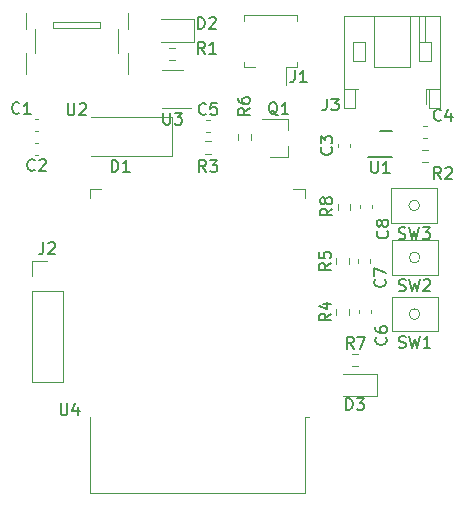
<source format=gbr>
G04 #@! TF.GenerationSoftware,KiCad,Pcbnew,(5.1.10)-1*
G04 #@! TF.CreationDate,2021-08-19T16:08:58+09:00*
G04 #@! TF.ProjectId,cat_toilet,6361745f-746f-4696-9c65-742e6b696361,rev?*
G04 #@! TF.SameCoordinates,Original*
G04 #@! TF.FileFunction,Legend,Top*
G04 #@! TF.FilePolarity,Positive*
%FSLAX46Y46*%
G04 Gerber Fmt 4.6, Leading zero omitted, Abs format (unit mm)*
G04 Created by KiCad (PCBNEW (5.1.10)-1) date 2021-08-19 16:08:58*
%MOMM*%
%LPD*%
G01*
G04 APERTURE LIST*
%ADD10C,0.120000*%
%ADD11C,0.150000*%
G04 APERTURE END LIST*
D10*
X2546267Y-10210000D02*
X2253733Y-10210000D01*
X2546267Y-9190000D02*
X2253733Y-9190000D01*
X2546267Y-12210000D02*
X2253733Y-12210000D01*
X2546267Y-11190000D02*
X2253733Y-11190000D01*
X28910000Y-11253733D02*
X28910000Y-11546267D01*
X27890000Y-11253733D02*
X27890000Y-11546267D01*
X35153733Y-10810000D02*
X35446267Y-10810000D01*
X35153733Y-9790000D02*
X35446267Y-9790000D01*
X16753733Y-10310000D02*
X17046267Y-10310000D01*
X16753733Y-9290000D02*
X17046267Y-9290000D01*
X30710000Y-25353733D02*
X30710000Y-25646267D01*
X29690000Y-25353733D02*
X29690000Y-25646267D01*
X29590000Y-21053733D02*
X29590000Y-21346267D01*
X30610000Y-21053733D02*
X30610000Y-21346267D01*
X29790000Y-16453733D02*
X29790000Y-16746267D01*
X30810000Y-16453733D02*
X30810000Y-16746267D01*
X13900000Y-12350000D02*
X7000000Y-12350000D01*
X13900000Y-9050000D02*
X7000000Y-9050000D01*
X13900000Y-12350000D02*
X13900000Y-9050000D01*
X12900000Y-2660000D02*
X15760000Y-2660000D01*
X15760000Y-2660000D02*
X15760000Y-740000D01*
X15760000Y-740000D02*
X12900000Y-740000D01*
X31185000Y-30740000D02*
X28325000Y-30740000D01*
X31185000Y-32660000D02*
X31185000Y-30740000D01*
X28325000Y-32660000D02*
X31185000Y-32660000D01*
X19965000Y-390000D02*
X19965000Y-840000D01*
X24435000Y-390000D02*
X19965000Y-390000D01*
X24435000Y-840000D02*
X24435000Y-390000D01*
X19965000Y-4810000D02*
X20915000Y-4810000D01*
X19965000Y-4360000D02*
X19965000Y-4810000D01*
X23485000Y-4810000D02*
X23485000Y-6300000D01*
X24435000Y-4810000D02*
X23485000Y-4810000D01*
X24435000Y-4360000D02*
X24435000Y-4810000D01*
X1970000Y-21170000D02*
X3300000Y-21170000D01*
X1970000Y-22500000D02*
X1970000Y-21170000D01*
X1970000Y-23770000D02*
X4630000Y-23770000D01*
X4630000Y-23770000D02*
X4630000Y-31450000D01*
X1970000Y-23770000D02*
X1970000Y-31450000D01*
X1970000Y-31450000D02*
X4630000Y-31450000D01*
X35360000Y-6660000D02*
X35360000Y-7875000D01*
X35300000Y-2700000D02*
X35300000Y-440000D01*
X34800000Y-2700000D02*
X34800000Y-440000D01*
X30200000Y-4300000D02*
X29200000Y-4300000D01*
X30200000Y-2700000D02*
X30200000Y-4300000D01*
X29200000Y-2700000D02*
X30200000Y-2700000D01*
X29200000Y-4300000D02*
X29200000Y-2700000D01*
X34800000Y-4300000D02*
X35800000Y-4300000D01*
X34800000Y-2700000D02*
X34800000Y-4300000D01*
X35800000Y-2700000D02*
X34800000Y-2700000D01*
X35800000Y-4300000D02*
X35800000Y-2700000D01*
X28440000Y-6660000D02*
X29360000Y-6660000D01*
X36560000Y-6660000D02*
X35640000Y-6660000D01*
X31000000Y-4800000D02*
X31000000Y-440000D01*
X34000000Y-4800000D02*
X31000000Y-4800000D01*
X34000000Y-440000D02*
X34000000Y-4800000D01*
X29360000Y-6660000D02*
X29640000Y-6660000D01*
X29360000Y-8260000D02*
X29360000Y-6660000D01*
X28440000Y-8260000D02*
X29360000Y-8260000D01*
X28440000Y-440000D02*
X28440000Y-8260000D01*
X36560000Y-440000D02*
X28440000Y-440000D01*
X36560000Y-8260000D02*
X36560000Y-440000D01*
X35640000Y-8260000D02*
X36560000Y-8260000D01*
X35640000Y-6660000D02*
X35640000Y-8260000D01*
X35360000Y-6660000D02*
X35640000Y-6660000D01*
X23660000Y-12380000D02*
X22200000Y-12380000D01*
X23660000Y-9220000D02*
X21500000Y-9220000D01*
X23660000Y-9220000D02*
X23660000Y-10150000D01*
X23660000Y-12380000D02*
X23660000Y-11450000D01*
X13645276Y-3177500D02*
X14154724Y-3177500D01*
X13645276Y-4222500D02*
X14154724Y-4222500D01*
X35045276Y-12822500D02*
X35554724Y-12822500D01*
X35045276Y-11777500D02*
X35554724Y-11777500D01*
X16645276Y-12122500D02*
X17154724Y-12122500D01*
X16645276Y-11077500D02*
X17154724Y-11077500D01*
X27777500Y-25754724D02*
X27777500Y-25245276D01*
X28822500Y-25754724D02*
X28822500Y-25245276D01*
X28822500Y-21454724D02*
X28822500Y-20945276D01*
X27777500Y-21454724D02*
X27777500Y-20945276D01*
X20522500Y-10445276D02*
X20522500Y-10954724D01*
X19477500Y-10445276D02*
X19477500Y-10954724D01*
X29145276Y-30122500D02*
X29654724Y-30122500D01*
X29145276Y-29077500D02*
X29654724Y-29077500D01*
X27877500Y-16854724D02*
X27877500Y-16345276D01*
X28922500Y-16854724D02*
X28922500Y-16345276D01*
X34850000Y-25700000D02*
G75*
G03*
X34850000Y-25700000I-450000J0D01*
G01*
X32450000Y-24250000D02*
X32450000Y-27150000D01*
X36350000Y-24250000D02*
X32450000Y-24250000D01*
X36350000Y-27150000D02*
X36350000Y-24250000D01*
X32450000Y-27150000D02*
X36350000Y-27150000D01*
X32450000Y-22350000D02*
X36350000Y-22350000D01*
X36350000Y-22350000D02*
X36350000Y-19450000D01*
X36350000Y-19450000D02*
X32450000Y-19450000D01*
X32450000Y-19450000D02*
X32450000Y-22350000D01*
X34850000Y-20900000D02*
G75*
G03*
X34850000Y-20900000I-450000J0D01*
G01*
X34825000Y-16500000D02*
G75*
G03*
X34825000Y-16500000I-450000J0D01*
G01*
X32425000Y-15050000D02*
X32425000Y-17950000D01*
X36325000Y-15050000D02*
X32425000Y-15050000D01*
X36325000Y-17950000D02*
X36325000Y-15050000D01*
X32425000Y-17950000D02*
X36325000Y-17950000D01*
D11*
X31500000Y-10200000D02*
X32500000Y-10200000D01*
X30500000Y-12400000D02*
X32500000Y-12400000D01*
D10*
X10100000Y-5400000D02*
X10100000Y-3600000D01*
X1500000Y-5400000D02*
X1500000Y-3600000D01*
X10100000Y-1600000D02*
X10100000Y-200000D01*
X1500000Y-1600000D02*
X1500000Y-200000D01*
X7800000Y-1000000D02*
X3800000Y-1000000D01*
X3800000Y-1000000D02*
X3800000Y-1500000D01*
X3800000Y-1500000D02*
X7800000Y-1500000D01*
X7800000Y-1500000D02*
X7800000Y-1000000D01*
X9300000Y-3600000D02*
X9300000Y-1700000D01*
X9300000Y-1700000D02*
X9300000Y-1600000D01*
X2300000Y-3600000D02*
X2300000Y-1600000D01*
X13000000Y-8210000D02*
X15450000Y-8210000D01*
X14800000Y-4990000D02*
X13000000Y-4990000D01*
X25120000Y-34445000D02*
X25500000Y-34445000D01*
X25120000Y-40865000D02*
X25120000Y-34445000D01*
X6880000Y-40865000D02*
X6880000Y-34445000D01*
X25120000Y-40865000D02*
X6880000Y-40865000D01*
X6880000Y-15120000D02*
X7880000Y-15120000D01*
X6880000Y-15900000D02*
X6880000Y-15120000D01*
X25120000Y-15120000D02*
X24120000Y-15120000D01*
X25120000Y-15900000D02*
X25120000Y-15120000D01*
D11*
X933333Y-8657142D02*
X885714Y-8704761D01*
X742857Y-8752380D01*
X647619Y-8752380D01*
X504761Y-8704761D01*
X409523Y-8609523D01*
X361904Y-8514285D01*
X314285Y-8323809D01*
X314285Y-8180952D01*
X361904Y-7990476D01*
X409523Y-7895238D01*
X504761Y-7800000D01*
X647619Y-7752380D01*
X742857Y-7752380D01*
X885714Y-7800000D01*
X933333Y-7847619D01*
X1885714Y-8752380D02*
X1314285Y-8752380D01*
X1600000Y-8752380D02*
X1600000Y-7752380D01*
X1504761Y-7895238D01*
X1409523Y-7990476D01*
X1314285Y-8038095D01*
X2233333Y-13487142D02*
X2185714Y-13534761D01*
X2042857Y-13582380D01*
X1947619Y-13582380D01*
X1804761Y-13534761D01*
X1709523Y-13439523D01*
X1661904Y-13344285D01*
X1614285Y-13153809D01*
X1614285Y-13010952D01*
X1661904Y-12820476D01*
X1709523Y-12725238D01*
X1804761Y-12630000D01*
X1947619Y-12582380D01*
X2042857Y-12582380D01*
X2185714Y-12630000D01*
X2233333Y-12677619D01*
X2614285Y-12677619D02*
X2661904Y-12630000D01*
X2757142Y-12582380D01*
X2995238Y-12582380D01*
X3090476Y-12630000D01*
X3138095Y-12677619D01*
X3185714Y-12772857D01*
X3185714Y-12868095D01*
X3138095Y-13010952D01*
X2566666Y-13582380D01*
X3185714Y-13582380D01*
X27357142Y-11566666D02*
X27404761Y-11614285D01*
X27452380Y-11757142D01*
X27452380Y-11852380D01*
X27404761Y-11995238D01*
X27309523Y-12090476D01*
X27214285Y-12138095D01*
X27023809Y-12185714D01*
X26880952Y-12185714D01*
X26690476Y-12138095D01*
X26595238Y-12090476D01*
X26500000Y-11995238D01*
X26452380Y-11852380D01*
X26452380Y-11757142D01*
X26500000Y-11614285D01*
X26547619Y-11566666D01*
X26452380Y-11233333D02*
X26452380Y-10614285D01*
X26833333Y-10947619D01*
X26833333Y-10804761D01*
X26880952Y-10709523D01*
X26928571Y-10661904D01*
X27023809Y-10614285D01*
X27261904Y-10614285D01*
X27357142Y-10661904D01*
X27404761Y-10709523D01*
X27452380Y-10804761D01*
X27452380Y-11090476D01*
X27404761Y-11185714D01*
X27357142Y-11233333D01*
X36633333Y-9257142D02*
X36585714Y-9304761D01*
X36442857Y-9352380D01*
X36347619Y-9352380D01*
X36204761Y-9304761D01*
X36109523Y-9209523D01*
X36061904Y-9114285D01*
X36014285Y-8923809D01*
X36014285Y-8780952D01*
X36061904Y-8590476D01*
X36109523Y-8495238D01*
X36204761Y-8400000D01*
X36347619Y-8352380D01*
X36442857Y-8352380D01*
X36585714Y-8400000D01*
X36633333Y-8447619D01*
X37490476Y-8685714D02*
X37490476Y-9352380D01*
X37252380Y-8304761D02*
X37014285Y-9019047D01*
X37633333Y-9019047D01*
X16733333Y-8727142D02*
X16685714Y-8774761D01*
X16542857Y-8822380D01*
X16447619Y-8822380D01*
X16304761Y-8774761D01*
X16209523Y-8679523D01*
X16161904Y-8584285D01*
X16114285Y-8393809D01*
X16114285Y-8250952D01*
X16161904Y-8060476D01*
X16209523Y-7965238D01*
X16304761Y-7870000D01*
X16447619Y-7822380D01*
X16542857Y-7822380D01*
X16685714Y-7870000D01*
X16733333Y-7917619D01*
X17638095Y-7822380D02*
X17161904Y-7822380D01*
X17114285Y-8298571D01*
X17161904Y-8250952D01*
X17257142Y-8203333D01*
X17495238Y-8203333D01*
X17590476Y-8250952D01*
X17638095Y-8298571D01*
X17685714Y-8393809D01*
X17685714Y-8631904D01*
X17638095Y-8727142D01*
X17590476Y-8774761D01*
X17495238Y-8822380D01*
X17257142Y-8822380D01*
X17161904Y-8774761D01*
X17114285Y-8727142D01*
X31957142Y-27666666D02*
X32004761Y-27714285D01*
X32052380Y-27857142D01*
X32052380Y-27952380D01*
X32004761Y-28095238D01*
X31909523Y-28190476D01*
X31814285Y-28238095D01*
X31623809Y-28285714D01*
X31480952Y-28285714D01*
X31290476Y-28238095D01*
X31195238Y-28190476D01*
X31100000Y-28095238D01*
X31052380Y-27952380D01*
X31052380Y-27857142D01*
X31100000Y-27714285D01*
X31147619Y-27666666D01*
X31052380Y-26809523D02*
X31052380Y-27000000D01*
X31100000Y-27095238D01*
X31147619Y-27142857D01*
X31290476Y-27238095D01*
X31480952Y-27285714D01*
X31861904Y-27285714D01*
X31957142Y-27238095D01*
X32004761Y-27190476D01*
X32052380Y-27095238D01*
X32052380Y-26904761D01*
X32004761Y-26809523D01*
X31957142Y-26761904D01*
X31861904Y-26714285D01*
X31623809Y-26714285D01*
X31528571Y-26761904D01*
X31480952Y-26809523D01*
X31433333Y-26904761D01*
X31433333Y-27095238D01*
X31480952Y-27190476D01*
X31528571Y-27238095D01*
X31623809Y-27285714D01*
X31887142Y-22766666D02*
X31934761Y-22814285D01*
X31982380Y-22957142D01*
X31982380Y-23052380D01*
X31934761Y-23195238D01*
X31839523Y-23290476D01*
X31744285Y-23338095D01*
X31553809Y-23385714D01*
X31410952Y-23385714D01*
X31220476Y-23338095D01*
X31125238Y-23290476D01*
X31030000Y-23195238D01*
X30982380Y-23052380D01*
X30982380Y-22957142D01*
X31030000Y-22814285D01*
X31077619Y-22766666D01*
X30982380Y-22433333D02*
X30982380Y-21766666D01*
X31982380Y-22195238D01*
X32087142Y-18666666D02*
X32134761Y-18714285D01*
X32182380Y-18857142D01*
X32182380Y-18952380D01*
X32134761Y-19095238D01*
X32039523Y-19190476D01*
X31944285Y-19238095D01*
X31753809Y-19285714D01*
X31610952Y-19285714D01*
X31420476Y-19238095D01*
X31325238Y-19190476D01*
X31230000Y-19095238D01*
X31182380Y-18952380D01*
X31182380Y-18857142D01*
X31230000Y-18714285D01*
X31277619Y-18666666D01*
X31610952Y-18095238D02*
X31563333Y-18190476D01*
X31515714Y-18238095D01*
X31420476Y-18285714D01*
X31372857Y-18285714D01*
X31277619Y-18238095D01*
X31230000Y-18190476D01*
X31182380Y-18095238D01*
X31182380Y-17904761D01*
X31230000Y-17809523D01*
X31277619Y-17761904D01*
X31372857Y-17714285D01*
X31420476Y-17714285D01*
X31515714Y-17761904D01*
X31563333Y-17809523D01*
X31610952Y-17904761D01*
X31610952Y-18095238D01*
X31658571Y-18190476D01*
X31706190Y-18238095D01*
X31801428Y-18285714D01*
X31991904Y-18285714D01*
X32087142Y-18238095D01*
X32134761Y-18190476D01*
X32182380Y-18095238D01*
X32182380Y-17904761D01*
X32134761Y-17809523D01*
X32087142Y-17761904D01*
X31991904Y-17714285D01*
X31801428Y-17714285D01*
X31706190Y-17761904D01*
X31658571Y-17809523D01*
X31610952Y-17904761D01*
X8761904Y-13652380D02*
X8761904Y-12652380D01*
X9000000Y-12652380D01*
X9142857Y-12700000D01*
X9238095Y-12795238D01*
X9285714Y-12890476D01*
X9333333Y-13080952D01*
X9333333Y-13223809D01*
X9285714Y-13414285D01*
X9238095Y-13509523D01*
X9142857Y-13604761D01*
X9000000Y-13652380D01*
X8761904Y-13652380D01*
X10285714Y-13652380D02*
X9714285Y-13652380D01*
X10000000Y-13652380D02*
X10000000Y-12652380D01*
X9904761Y-12795238D01*
X9809523Y-12890476D01*
X9714285Y-12938095D01*
X16061904Y-1552380D02*
X16061904Y-552380D01*
X16300000Y-552380D01*
X16442857Y-600000D01*
X16538095Y-695238D01*
X16585714Y-790476D01*
X16633333Y-980952D01*
X16633333Y-1123809D01*
X16585714Y-1314285D01*
X16538095Y-1409523D01*
X16442857Y-1504761D01*
X16300000Y-1552380D01*
X16061904Y-1552380D01*
X17014285Y-647619D02*
X17061904Y-600000D01*
X17157142Y-552380D01*
X17395238Y-552380D01*
X17490476Y-600000D01*
X17538095Y-647619D01*
X17585714Y-742857D01*
X17585714Y-838095D01*
X17538095Y-980952D01*
X16966666Y-1552380D01*
X17585714Y-1552380D01*
X28586904Y-33802380D02*
X28586904Y-32802380D01*
X28825000Y-32802380D01*
X28967857Y-32850000D01*
X29063095Y-32945238D01*
X29110714Y-33040476D01*
X29158333Y-33230952D01*
X29158333Y-33373809D01*
X29110714Y-33564285D01*
X29063095Y-33659523D01*
X28967857Y-33754761D01*
X28825000Y-33802380D01*
X28586904Y-33802380D01*
X29491666Y-32802380D02*
X30110714Y-32802380D01*
X29777380Y-33183333D01*
X29920238Y-33183333D01*
X30015476Y-33230952D01*
X30063095Y-33278571D01*
X30110714Y-33373809D01*
X30110714Y-33611904D01*
X30063095Y-33707142D01*
X30015476Y-33754761D01*
X29920238Y-33802380D01*
X29634523Y-33802380D01*
X29539285Y-33754761D01*
X29491666Y-33707142D01*
X24266666Y-5052380D02*
X24266666Y-5766666D01*
X24219047Y-5909523D01*
X24123809Y-6004761D01*
X23980952Y-6052380D01*
X23885714Y-6052380D01*
X25266666Y-6052380D02*
X24695238Y-6052380D01*
X24980952Y-6052380D02*
X24980952Y-5052380D01*
X24885714Y-5195238D01*
X24790476Y-5290476D01*
X24695238Y-5338095D01*
X2966666Y-19622380D02*
X2966666Y-20336666D01*
X2919047Y-20479523D01*
X2823809Y-20574761D01*
X2680952Y-20622380D01*
X2585714Y-20622380D01*
X3395238Y-19717619D02*
X3442857Y-19670000D01*
X3538095Y-19622380D01*
X3776190Y-19622380D01*
X3871428Y-19670000D01*
X3919047Y-19717619D01*
X3966666Y-19812857D01*
X3966666Y-19908095D01*
X3919047Y-20050952D01*
X3347619Y-20622380D01*
X3966666Y-20622380D01*
X26966666Y-7452380D02*
X26966666Y-8166666D01*
X26919047Y-8309523D01*
X26823809Y-8404761D01*
X26680952Y-8452380D01*
X26585714Y-8452380D01*
X27347619Y-7452380D02*
X27966666Y-7452380D01*
X27633333Y-7833333D01*
X27776190Y-7833333D01*
X27871428Y-7880952D01*
X27919047Y-7928571D01*
X27966666Y-8023809D01*
X27966666Y-8261904D01*
X27919047Y-8357142D01*
X27871428Y-8404761D01*
X27776190Y-8452380D01*
X27490476Y-8452380D01*
X27395238Y-8404761D01*
X27347619Y-8357142D01*
X22804761Y-8847619D02*
X22709523Y-8800000D01*
X22614285Y-8704761D01*
X22471428Y-8561904D01*
X22376190Y-8514285D01*
X22280952Y-8514285D01*
X22328571Y-8752380D02*
X22233333Y-8704761D01*
X22138095Y-8609523D01*
X22090476Y-8419047D01*
X22090476Y-8085714D01*
X22138095Y-7895238D01*
X22233333Y-7800000D01*
X22328571Y-7752380D01*
X22519047Y-7752380D01*
X22614285Y-7800000D01*
X22709523Y-7895238D01*
X22757142Y-8085714D01*
X22757142Y-8419047D01*
X22709523Y-8609523D01*
X22614285Y-8704761D01*
X22519047Y-8752380D01*
X22328571Y-8752380D01*
X23709523Y-8752380D02*
X23138095Y-8752380D01*
X23423809Y-8752380D02*
X23423809Y-7752380D01*
X23328571Y-7895238D01*
X23233333Y-7990476D01*
X23138095Y-8038095D01*
X16633333Y-3652380D02*
X16300000Y-3176190D01*
X16061904Y-3652380D02*
X16061904Y-2652380D01*
X16442857Y-2652380D01*
X16538095Y-2700000D01*
X16585714Y-2747619D01*
X16633333Y-2842857D01*
X16633333Y-2985714D01*
X16585714Y-3080952D01*
X16538095Y-3128571D01*
X16442857Y-3176190D01*
X16061904Y-3176190D01*
X17585714Y-3652380D02*
X17014285Y-3652380D01*
X17300000Y-3652380D02*
X17300000Y-2652380D01*
X17204761Y-2795238D01*
X17109523Y-2890476D01*
X17014285Y-2938095D01*
X36633333Y-14252380D02*
X36300000Y-13776190D01*
X36061904Y-14252380D02*
X36061904Y-13252380D01*
X36442857Y-13252380D01*
X36538095Y-13300000D01*
X36585714Y-13347619D01*
X36633333Y-13442857D01*
X36633333Y-13585714D01*
X36585714Y-13680952D01*
X36538095Y-13728571D01*
X36442857Y-13776190D01*
X36061904Y-13776190D01*
X37014285Y-13347619D02*
X37061904Y-13300000D01*
X37157142Y-13252380D01*
X37395238Y-13252380D01*
X37490476Y-13300000D01*
X37538095Y-13347619D01*
X37585714Y-13442857D01*
X37585714Y-13538095D01*
X37538095Y-13680952D01*
X36966666Y-14252380D01*
X37585714Y-14252380D01*
X16733333Y-13652380D02*
X16400000Y-13176190D01*
X16161904Y-13652380D02*
X16161904Y-12652380D01*
X16542857Y-12652380D01*
X16638095Y-12700000D01*
X16685714Y-12747619D01*
X16733333Y-12842857D01*
X16733333Y-12985714D01*
X16685714Y-13080952D01*
X16638095Y-13128571D01*
X16542857Y-13176190D01*
X16161904Y-13176190D01*
X17066666Y-12652380D02*
X17685714Y-12652380D01*
X17352380Y-13033333D01*
X17495238Y-13033333D01*
X17590476Y-13080952D01*
X17638095Y-13128571D01*
X17685714Y-13223809D01*
X17685714Y-13461904D01*
X17638095Y-13557142D01*
X17590476Y-13604761D01*
X17495238Y-13652380D01*
X17209523Y-13652380D01*
X17114285Y-13604761D01*
X17066666Y-13557142D01*
X27322380Y-25666666D02*
X26846190Y-26000000D01*
X27322380Y-26238095D02*
X26322380Y-26238095D01*
X26322380Y-25857142D01*
X26370000Y-25761904D01*
X26417619Y-25714285D01*
X26512857Y-25666666D01*
X26655714Y-25666666D01*
X26750952Y-25714285D01*
X26798571Y-25761904D01*
X26846190Y-25857142D01*
X26846190Y-26238095D01*
X26655714Y-24809523D02*
X27322380Y-24809523D01*
X26274761Y-25047619D02*
X26989047Y-25285714D01*
X26989047Y-24666666D01*
X27322380Y-21366666D02*
X26846190Y-21700000D01*
X27322380Y-21938095D02*
X26322380Y-21938095D01*
X26322380Y-21557142D01*
X26370000Y-21461904D01*
X26417619Y-21414285D01*
X26512857Y-21366666D01*
X26655714Y-21366666D01*
X26750952Y-21414285D01*
X26798571Y-21461904D01*
X26846190Y-21557142D01*
X26846190Y-21938095D01*
X26322380Y-20461904D02*
X26322380Y-20938095D01*
X26798571Y-20985714D01*
X26750952Y-20938095D01*
X26703333Y-20842857D01*
X26703333Y-20604761D01*
X26750952Y-20509523D01*
X26798571Y-20461904D01*
X26893809Y-20414285D01*
X27131904Y-20414285D01*
X27227142Y-20461904D01*
X27274761Y-20509523D01*
X27322380Y-20604761D01*
X27322380Y-20842857D01*
X27274761Y-20938095D01*
X27227142Y-20985714D01*
X20452380Y-8266666D02*
X19976190Y-8600000D01*
X20452380Y-8838095D02*
X19452380Y-8838095D01*
X19452380Y-8457142D01*
X19500000Y-8361904D01*
X19547619Y-8314285D01*
X19642857Y-8266666D01*
X19785714Y-8266666D01*
X19880952Y-8314285D01*
X19928571Y-8361904D01*
X19976190Y-8457142D01*
X19976190Y-8838095D01*
X19452380Y-7409523D02*
X19452380Y-7600000D01*
X19500000Y-7695238D01*
X19547619Y-7742857D01*
X19690476Y-7838095D01*
X19880952Y-7885714D01*
X20261904Y-7885714D01*
X20357142Y-7838095D01*
X20404761Y-7790476D01*
X20452380Y-7695238D01*
X20452380Y-7504761D01*
X20404761Y-7409523D01*
X20357142Y-7361904D01*
X20261904Y-7314285D01*
X20023809Y-7314285D01*
X19928571Y-7361904D01*
X19880952Y-7409523D01*
X19833333Y-7504761D01*
X19833333Y-7695238D01*
X19880952Y-7790476D01*
X19928571Y-7838095D01*
X20023809Y-7885714D01*
X29233333Y-28622380D02*
X28900000Y-28146190D01*
X28661904Y-28622380D02*
X28661904Y-27622380D01*
X29042857Y-27622380D01*
X29138095Y-27670000D01*
X29185714Y-27717619D01*
X29233333Y-27812857D01*
X29233333Y-27955714D01*
X29185714Y-28050952D01*
X29138095Y-28098571D01*
X29042857Y-28146190D01*
X28661904Y-28146190D01*
X29566666Y-27622380D02*
X30233333Y-27622380D01*
X29804761Y-28622380D01*
X27422380Y-16766666D02*
X26946190Y-17100000D01*
X27422380Y-17338095D02*
X26422380Y-17338095D01*
X26422380Y-16957142D01*
X26470000Y-16861904D01*
X26517619Y-16814285D01*
X26612857Y-16766666D01*
X26755714Y-16766666D01*
X26850952Y-16814285D01*
X26898571Y-16861904D01*
X26946190Y-16957142D01*
X26946190Y-17338095D01*
X26850952Y-16195238D02*
X26803333Y-16290476D01*
X26755714Y-16338095D01*
X26660476Y-16385714D01*
X26612857Y-16385714D01*
X26517619Y-16338095D01*
X26470000Y-16290476D01*
X26422380Y-16195238D01*
X26422380Y-16004761D01*
X26470000Y-15909523D01*
X26517619Y-15861904D01*
X26612857Y-15814285D01*
X26660476Y-15814285D01*
X26755714Y-15861904D01*
X26803333Y-15909523D01*
X26850952Y-16004761D01*
X26850952Y-16195238D01*
X26898571Y-16290476D01*
X26946190Y-16338095D01*
X27041428Y-16385714D01*
X27231904Y-16385714D01*
X27327142Y-16338095D01*
X27374761Y-16290476D01*
X27422380Y-16195238D01*
X27422380Y-16004761D01*
X27374761Y-15909523D01*
X27327142Y-15861904D01*
X27231904Y-15814285D01*
X27041428Y-15814285D01*
X26946190Y-15861904D01*
X26898571Y-15909523D01*
X26850952Y-16004761D01*
X33066666Y-28504761D02*
X33209523Y-28552380D01*
X33447619Y-28552380D01*
X33542857Y-28504761D01*
X33590476Y-28457142D01*
X33638095Y-28361904D01*
X33638095Y-28266666D01*
X33590476Y-28171428D01*
X33542857Y-28123809D01*
X33447619Y-28076190D01*
X33257142Y-28028571D01*
X33161904Y-27980952D01*
X33114285Y-27933333D01*
X33066666Y-27838095D01*
X33066666Y-27742857D01*
X33114285Y-27647619D01*
X33161904Y-27600000D01*
X33257142Y-27552380D01*
X33495238Y-27552380D01*
X33638095Y-27600000D01*
X33971428Y-27552380D02*
X34209523Y-28552380D01*
X34400000Y-27838095D01*
X34590476Y-28552380D01*
X34828571Y-27552380D01*
X35733333Y-28552380D02*
X35161904Y-28552380D01*
X35447619Y-28552380D02*
X35447619Y-27552380D01*
X35352380Y-27695238D01*
X35257142Y-27790476D01*
X35161904Y-27838095D01*
X33066666Y-23704761D02*
X33209523Y-23752380D01*
X33447619Y-23752380D01*
X33542857Y-23704761D01*
X33590476Y-23657142D01*
X33638095Y-23561904D01*
X33638095Y-23466666D01*
X33590476Y-23371428D01*
X33542857Y-23323809D01*
X33447619Y-23276190D01*
X33257142Y-23228571D01*
X33161904Y-23180952D01*
X33114285Y-23133333D01*
X33066666Y-23038095D01*
X33066666Y-22942857D01*
X33114285Y-22847619D01*
X33161904Y-22800000D01*
X33257142Y-22752380D01*
X33495238Y-22752380D01*
X33638095Y-22800000D01*
X33971428Y-22752380D02*
X34209523Y-23752380D01*
X34400000Y-23038095D01*
X34590476Y-23752380D01*
X34828571Y-22752380D01*
X35161904Y-22847619D02*
X35209523Y-22800000D01*
X35304761Y-22752380D01*
X35542857Y-22752380D01*
X35638095Y-22800000D01*
X35685714Y-22847619D01*
X35733333Y-22942857D01*
X35733333Y-23038095D01*
X35685714Y-23180952D01*
X35114285Y-23752380D01*
X35733333Y-23752380D01*
X33041666Y-19304761D02*
X33184523Y-19352380D01*
X33422619Y-19352380D01*
X33517857Y-19304761D01*
X33565476Y-19257142D01*
X33613095Y-19161904D01*
X33613095Y-19066666D01*
X33565476Y-18971428D01*
X33517857Y-18923809D01*
X33422619Y-18876190D01*
X33232142Y-18828571D01*
X33136904Y-18780952D01*
X33089285Y-18733333D01*
X33041666Y-18638095D01*
X33041666Y-18542857D01*
X33089285Y-18447619D01*
X33136904Y-18400000D01*
X33232142Y-18352380D01*
X33470238Y-18352380D01*
X33613095Y-18400000D01*
X33946428Y-18352380D02*
X34184523Y-19352380D01*
X34375000Y-18638095D01*
X34565476Y-19352380D01*
X34803571Y-18352380D01*
X35089285Y-18352380D02*
X35708333Y-18352380D01*
X35375000Y-18733333D01*
X35517857Y-18733333D01*
X35613095Y-18780952D01*
X35660714Y-18828571D01*
X35708333Y-18923809D01*
X35708333Y-19161904D01*
X35660714Y-19257142D01*
X35613095Y-19304761D01*
X35517857Y-19352380D01*
X35232142Y-19352380D01*
X35136904Y-19304761D01*
X35089285Y-19257142D01*
X30738095Y-12752380D02*
X30738095Y-13561904D01*
X30785714Y-13657142D01*
X30833333Y-13704761D01*
X30928571Y-13752380D01*
X31119047Y-13752380D01*
X31214285Y-13704761D01*
X31261904Y-13657142D01*
X31309523Y-13561904D01*
X31309523Y-12752380D01*
X32309523Y-13752380D02*
X31738095Y-13752380D01*
X32023809Y-13752380D02*
X32023809Y-12752380D01*
X31928571Y-12895238D01*
X31833333Y-12990476D01*
X31738095Y-13038095D01*
X5038095Y-7852380D02*
X5038095Y-8661904D01*
X5085714Y-8757142D01*
X5133333Y-8804761D01*
X5228571Y-8852380D01*
X5419047Y-8852380D01*
X5514285Y-8804761D01*
X5561904Y-8757142D01*
X5609523Y-8661904D01*
X5609523Y-7852380D01*
X6038095Y-7947619D02*
X6085714Y-7900000D01*
X6180952Y-7852380D01*
X6419047Y-7852380D01*
X6514285Y-7900000D01*
X6561904Y-7947619D01*
X6609523Y-8042857D01*
X6609523Y-8138095D01*
X6561904Y-8280952D01*
X5990476Y-8852380D01*
X6609523Y-8852380D01*
X13138095Y-8652380D02*
X13138095Y-9461904D01*
X13185714Y-9557142D01*
X13233333Y-9604761D01*
X13328571Y-9652380D01*
X13519047Y-9652380D01*
X13614285Y-9604761D01*
X13661904Y-9557142D01*
X13709523Y-9461904D01*
X13709523Y-8652380D01*
X14090476Y-8652380D02*
X14709523Y-8652380D01*
X14376190Y-9033333D01*
X14519047Y-9033333D01*
X14614285Y-9080952D01*
X14661904Y-9128571D01*
X14709523Y-9223809D01*
X14709523Y-9461904D01*
X14661904Y-9557142D01*
X14614285Y-9604761D01*
X14519047Y-9652380D01*
X14233333Y-9652380D01*
X14138095Y-9604761D01*
X14090476Y-9557142D01*
X4438095Y-33252380D02*
X4438095Y-34061904D01*
X4485714Y-34157142D01*
X4533333Y-34204761D01*
X4628571Y-34252380D01*
X4819047Y-34252380D01*
X4914285Y-34204761D01*
X4961904Y-34157142D01*
X5009523Y-34061904D01*
X5009523Y-33252380D01*
X5914285Y-33585714D02*
X5914285Y-34252380D01*
X5676190Y-33204761D02*
X5438095Y-33919047D01*
X6057142Y-33919047D01*
M02*

</source>
